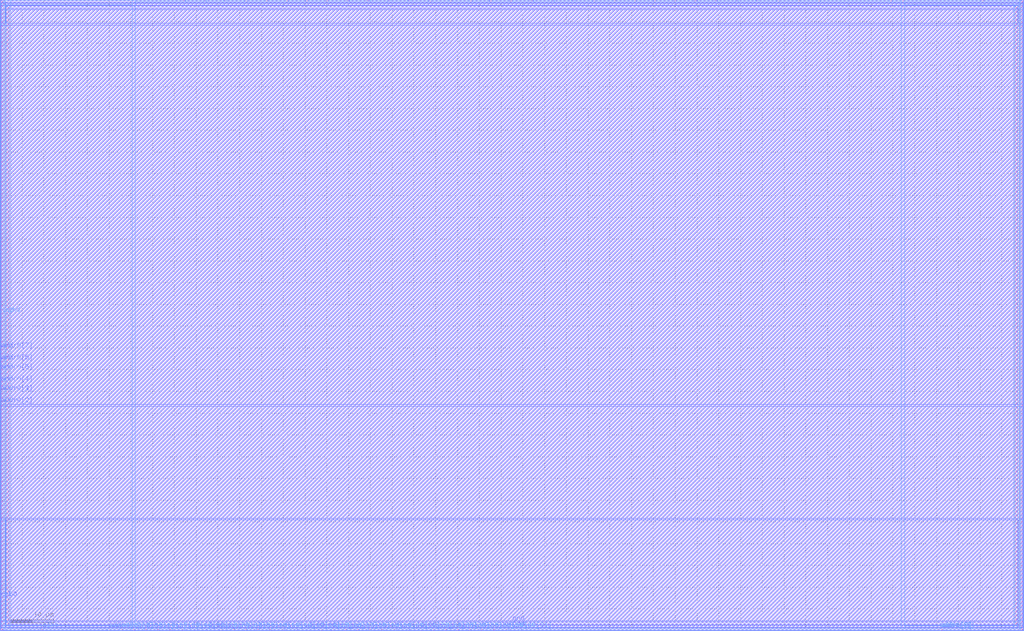
<source format=lef>
VERSION 5.4 ;
NAMESCASESENSITIVE ON ;
BUSBITCHARS "[]" ;
DIVIDERCHAR "/" ;
UNITS
  DATABASE MICRONS 2000 ;
END UNITS
MACRO SRAM_32x128_1rw
   CLASS BLOCK ;
   SIZE 235.065 BY 145.01 ;
   SYMMETRY X Y R90 ;
   PIN din0[0]
      DIRECTION INPUT ;
      PORT
         LAYER metal4 ;
         RECT  30.5625 0.0 30.7025 0.14 ;
      END
   END din0[0]
   PIN din0[1]
      DIRECTION INPUT ;
      PORT
         LAYER metal4 ;
         RECT  33.4225 0.0 33.5625 0.14 ;
      END
   END din0[1]
   PIN din0[2]
      DIRECTION INPUT ;
      PORT
         LAYER metal4 ;
         RECT  36.2825 0.0 36.4225 0.14 ;
      END
   END din0[2]
   PIN din0[3]
      DIRECTION INPUT ;
      PORT
         LAYER metal4 ;
         RECT  39.1425 0.0 39.2825 0.14 ;
      END
   END din0[3]
   PIN din0[4]
      DIRECTION INPUT ;
      PORT
         LAYER metal4 ;
         RECT  42.0025 0.0 42.1425 0.14 ;
      END
   END din0[4]
   PIN din0[5]
      DIRECTION INPUT ;
      PORT
         LAYER metal4 ;
         RECT  44.8625 0.0 45.0025 0.14 ;
      END
   END din0[5]
   PIN din0[6]
      DIRECTION INPUT ;
      PORT
         LAYER metal4 ;
         RECT  47.7225 0.0 47.8625 0.14 ;
      END
   END din0[6]
   PIN din0[7]
      DIRECTION INPUT ;
      PORT
         LAYER metal4 ;
         RECT  50.5825 0.0 50.7225 0.14 ;
      END
   END din0[7]
   PIN din0[8]
      DIRECTION INPUT ;
      PORT
         LAYER metal4 ;
         RECT  53.4425 0.0 53.5825 0.14 ;
      END
   END din0[8]
   PIN din0[9]
      DIRECTION INPUT ;
      PORT
         LAYER metal4 ;
         RECT  56.3025 0.0 56.4425 0.14 ;
      END
   END din0[9]
   PIN din0[10]
      DIRECTION INPUT ;
      PORT
         LAYER metal4 ;
         RECT  59.1625 0.0 59.3025 0.14 ;
      END
   END din0[10]
   PIN din0[11]
      DIRECTION INPUT ;
      PORT
         LAYER metal4 ;
         RECT  62.0225 0.0 62.1625 0.14 ;
      END
   END din0[11]
   PIN din0[12]
      DIRECTION INPUT ;
      PORT
         LAYER metal4 ;
         RECT  64.8825 0.0 65.0225 0.14 ;
      END
   END din0[12]
   PIN din0[13]
      DIRECTION INPUT ;
      PORT
         LAYER metal4 ;
         RECT  67.7425 0.0 67.8825 0.14 ;
      END
   END din0[13]
   PIN din0[14]
      DIRECTION INPUT ;
      PORT
         LAYER metal4 ;
         RECT  70.6025 0.0 70.7425 0.14 ;
      END
   END din0[14]
   PIN din0[15]
      DIRECTION INPUT ;
      PORT
         LAYER metal4 ;
         RECT  73.4625 0.0 73.6025 0.14 ;
      END
   END din0[15]
   PIN din0[16]
      DIRECTION INPUT ;
      PORT
         LAYER metal4 ;
         RECT  76.3225 0.0 76.4625 0.14 ;
      END
   END din0[16]
   PIN din0[17]
      DIRECTION INPUT ;
      PORT
         LAYER metal4 ;
         RECT  79.1825 0.0 79.3225 0.14 ;
      END
   END din0[17]
   PIN din0[18]
      DIRECTION INPUT ;
      PORT
         LAYER metal4 ;
         RECT  82.0425 0.0 82.1825 0.14 ;
      END
   END din0[18]
   PIN din0[19]
      DIRECTION INPUT ;
      PORT
         LAYER metal4 ;
         RECT  84.9025 0.0 85.0425 0.14 ;
      END
   END din0[19]
   PIN din0[20]
      DIRECTION INPUT ;
      PORT
         LAYER metal4 ;
         RECT  87.7625 0.0 87.9025 0.14 ;
      END
   END din0[20]
   PIN din0[21]
      DIRECTION INPUT ;
      PORT
         LAYER metal4 ;
         RECT  90.6225 0.0 90.7625 0.14 ;
      END
   END din0[21]
   PIN din0[22]
      DIRECTION INPUT ;
      PORT
         LAYER metal4 ;
         RECT  93.4825 0.0 93.6225 0.14 ;
      END
   END din0[22]
   PIN din0[23]
      DIRECTION INPUT ;
      PORT
         LAYER metal4 ;
         RECT  96.3425 0.0 96.4825 0.14 ;
      END
   END din0[23]
   PIN din0[24]
      DIRECTION INPUT ;
      PORT
         LAYER metal4 ;
         RECT  99.2025 0.0 99.3425 0.14 ;
      END
   END din0[24]
   PIN din0[25]
      DIRECTION INPUT ;
      PORT
         LAYER metal4 ;
         RECT  102.0625 0.0 102.2025 0.14 ;
      END
   END din0[25]
   PIN din0[26]
      DIRECTION INPUT ;
      PORT
         LAYER metal4 ;
         RECT  104.9225 0.0 105.0625 0.14 ;
      END
   END din0[26]
   PIN din0[27]
      DIRECTION INPUT ;
      PORT
         LAYER metal4 ;
         RECT  107.7825 0.0 107.9225 0.14 ;
      END
   END din0[27]
   PIN din0[28]
      DIRECTION INPUT ;
      PORT
         LAYER metal4 ;
         RECT  110.6425 0.0 110.7825 0.14 ;
      END
   END din0[28]
   PIN din0[29]
      DIRECTION INPUT ;
      PORT
         LAYER metal4 ;
         RECT  113.5025 0.0 113.6425 0.14 ;
      END
   END din0[29]
   PIN din0[30]
      DIRECTION INPUT ;
      PORT
         LAYER metal4 ;
         RECT  116.3625 0.0 116.5025 0.14 ;
      END
   END din0[30]
   PIN din0[31]
      DIRECTION INPUT ;
      PORT
         LAYER metal4 ;
         RECT  119.2225 0.0 119.3625 0.14 ;
      END
   END din0[31]
   PIN addr0[0]
      DIRECTION INPUT ;
      PORT
         LAYER metal4 ;
         RECT  24.8425 0.0 24.9825 0.14 ;
      END
   END addr0[0]
   PIN addr0[1]
      DIRECTION INPUT ;
      PORT
         LAYER metal4 ;
         RECT  27.7025 0.0 27.8425 0.14 ;
      END
   END addr0[1]
   PIN addr0[2]
      DIRECTION INPUT ;
      PORT
         LAYER metal3 ;
         RECT  0.0 51.71 0.14 51.85 ;
      END
   END addr0[2]
   PIN addr0[3]
      DIRECTION INPUT ;
      PORT
         LAYER metal3 ;
         RECT  0.0 54.44 0.14 54.58 ;
      END
   END addr0[3]
   PIN addr0[4]
      DIRECTION INPUT ;
      PORT
         LAYER metal3 ;
         RECT  0.0 56.65 0.14 56.79 ;
      END
   END addr0[4]
   PIN addr0[5]
      DIRECTION INPUT ;
      PORT
         LAYER metal3 ;
         RECT  0.0 59.38 0.14 59.52 ;
      END
   END addr0[5]
   PIN addr0[6]
      DIRECTION INPUT ;
      PORT
         LAYER metal3 ;
         RECT  0.0 61.59 0.14 61.73 ;
      END
   END addr0[6]
   PIN addr0[7]
      DIRECTION INPUT ;
      PORT
         LAYER metal3 ;
         RECT  0.0 64.32 0.14 64.46 ;
      END
   END addr0[7]
   PIN addr1[0]
      DIRECTION INPUT ;
      PORT
         LAYER metal4 ;
         RECT  207.2225 144.87 207.3625 145.01 ;
      END
   END addr1[0]
   PIN addr1[1]
      DIRECTION INPUT ;
      PORT
         LAYER metal4 ;
         RECT  204.3625 144.87 204.5025 145.01 ;
      END
   END addr1[1]
   PIN addr1[2]
      DIRECTION INPUT ;
      PORT
         LAYER metal3 ;
         RECT  234.925 25.58 235.065 25.72 ;
      END
   END addr1[2]
   PIN addr1[3]
      DIRECTION INPUT ;
      PORT
         LAYER metal3 ;
         RECT  234.925 22.85 235.065 22.99 ;
      END
   END addr1[3]
   PIN addr1[4]
      DIRECTION INPUT ;
      PORT
         LAYER metal3 ;
         RECT  234.925 20.64 235.065 20.78 ;
      END
   END addr1[4]
   PIN addr1[5]
      DIRECTION INPUT ;
      PORT
         LAYER metal4 ;
         RECT  216.37 0.0 216.51 0.14 ;
      END
   END addr1[5]
   PIN addr1[6]
      DIRECTION INPUT ;
      PORT
         LAYER metal4 ;
         RECT  215.515 0.0 215.655 0.14 ;
      END
   END addr1[6]
   PIN addr1[7]
      DIRECTION INPUT ;
      PORT
         LAYER metal4 ;
         RECT  215.8 0.0 215.94 0.14 ;
      END
   END addr1[7]
   PIN csb0
      DIRECTION INPUT ;
      PORT
         LAYER metal3 ;
         RECT  0.0 7.12 0.14 7.26 ;
      END
   END csb0
   PIN csb1
      DIRECTION INPUT ;
      PORT
         LAYER metal3 ;
         RECT  234.925 139.28 235.065 139.42 ;
      END
   END csb1
   PIN clk0
      DIRECTION INPUT ;
      PORT
         LAYER metal4 ;
         RECT  9.56 0.0 9.7 0.14 ;
      END
   END clk0
   PIN clk1
      DIRECTION INPUT ;
      PORT
         LAYER metal4 ;
         RECT  225.365 144.87 225.505 145.01 ;
      END
   END clk1
   PIN dout1[0]
      DIRECTION OUTPUT ;
      PORT
         LAYER metal4 ;
         RECT  42.1925 144.87 42.3325 145.01 ;
      END
   END dout1[0]
   PIN dout1[1]
      DIRECTION OUTPUT ;
      PORT
         LAYER metal4 ;
         RECT  46.8925 144.87 47.0325 145.01 ;
      END
   END dout1[1]
   PIN dout1[2]
      DIRECTION OUTPUT ;
      PORT
         LAYER metal4 ;
         RECT  51.5925 144.87 51.7325 145.01 ;
      END
   END dout1[2]
   PIN dout1[3]
      DIRECTION OUTPUT ;
      PORT
         LAYER metal4 ;
         RECT  56.2925 144.87 56.4325 145.01 ;
      END
   END dout1[3]
   PIN dout1[4]
      DIRECTION OUTPUT ;
      PORT
         LAYER metal4 ;
         RECT  60.9925 144.87 61.1325 145.01 ;
      END
   END dout1[4]
   PIN dout1[5]
      DIRECTION OUTPUT ;
      PORT
         LAYER metal4 ;
         RECT  65.6925 144.87 65.8325 145.01 ;
      END
   END dout1[5]
   PIN dout1[6]
      DIRECTION OUTPUT ;
      PORT
         LAYER metal4 ;
         RECT  70.3925 144.87 70.5325 145.01 ;
      END
   END dout1[6]
   PIN dout1[7]
      DIRECTION OUTPUT ;
      PORT
         LAYER metal4 ;
         RECT  75.0925 144.87 75.2325 145.01 ;
      END
   END dout1[7]
   PIN dout1[8]
      DIRECTION OUTPUT ;
      PORT
         LAYER metal4 ;
         RECT  79.7925 144.87 79.9325 145.01 ;
      END
   END dout1[8]
   PIN dout1[9]
      DIRECTION OUTPUT ;
      PORT
         LAYER metal4 ;
         RECT  84.4925 144.87 84.6325 145.01 ;
      END
   END dout1[9]
   PIN dout1[10]
      DIRECTION OUTPUT ;
      PORT
         LAYER metal4 ;
         RECT  89.1925 144.87 89.3325 145.01 ;
      END
   END dout1[10]
   PIN dout1[11]
      DIRECTION OUTPUT ;
      PORT
         LAYER metal4 ;
         RECT  93.8925 144.87 94.0325 145.01 ;
      END
   END dout1[11]
   PIN dout1[12]
      DIRECTION OUTPUT ;
      PORT
         LAYER metal4 ;
         RECT  98.5925 144.87 98.7325 145.01 ;
      END
   END dout1[12]
   PIN dout1[13]
      DIRECTION OUTPUT ;
      PORT
         LAYER metal4 ;
         RECT  103.2925 144.87 103.4325 145.01 ;
      END
   END dout1[13]
   PIN dout1[14]
      DIRECTION OUTPUT ;
      PORT
         LAYER metal4 ;
         RECT  107.9925 144.87 108.1325 145.01 ;
      END
   END dout1[14]
   PIN dout1[15]
      DIRECTION OUTPUT ;
      PORT
         LAYER metal4 ;
         RECT  112.6925 144.87 112.8325 145.01 ;
      END
   END dout1[15]
   PIN dout1[16]
      DIRECTION OUTPUT ;
      PORT
         LAYER metal4 ;
         RECT  117.3925 144.87 117.5325 145.01 ;
      END
   END dout1[16]
   PIN dout1[17]
      DIRECTION OUTPUT ;
      PORT
         LAYER metal4 ;
         RECT  122.0925 144.87 122.2325 145.01 ;
      END
   END dout1[17]
   PIN dout1[18]
      DIRECTION OUTPUT ;
      PORT
         LAYER metal4 ;
         RECT  126.7925 144.87 126.9325 145.01 ;
      END
   END dout1[18]
   PIN dout1[19]
      DIRECTION OUTPUT ;
      PORT
         LAYER metal4 ;
         RECT  131.4925 144.87 131.6325 145.01 ;
      END
   END dout1[19]
   PIN dout1[20]
      DIRECTION OUTPUT ;
      PORT
         LAYER metal4 ;
         RECT  136.1925 144.87 136.3325 145.01 ;
      END
   END dout1[20]
   PIN dout1[21]
      DIRECTION OUTPUT ;
      PORT
         LAYER metal4 ;
         RECT  140.8925 144.87 141.0325 145.01 ;
      END
   END dout1[21]
   PIN dout1[22]
      DIRECTION OUTPUT ;
      PORT
         LAYER metal4 ;
         RECT  145.5925 144.87 145.7325 145.01 ;
      END
   END dout1[22]
   PIN dout1[23]
      DIRECTION OUTPUT ;
      PORT
         LAYER metal4 ;
         RECT  150.2925 144.87 150.4325 145.01 ;
      END
   END dout1[23]
   PIN dout1[24]
      DIRECTION OUTPUT ;
      PORT
         LAYER metal4 ;
         RECT  154.9925 144.87 155.1325 145.01 ;
      END
   END dout1[24]
   PIN dout1[25]
      DIRECTION OUTPUT ;
      PORT
         LAYER metal4 ;
         RECT  159.6925 144.87 159.8325 145.01 ;
      END
   END dout1[25]
   PIN dout1[26]
      DIRECTION OUTPUT ;
      PORT
         LAYER metal4 ;
         RECT  164.3925 144.87 164.5325 145.01 ;
      END
   END dout1[26]
   PIN dout1[27]
      DIRECTION OUTPUT ;
      PORT
         LAYER metal4 ;
         RECT  169.0925 144.87 169.2325 145.01 ;
      END
   END dout1[27]
   PIN dout1[28]
      DIRECTION OUTPUT ;
      PORT
         LAYER metal4 ;
         RECT  173.7925 144.87 173.9325 145.01 ;
      END
   END dout1[28]
   PIN dout1[29]
      DIRECTION OUTPUT ;
      PORT
         LAYER metal4 ;
         RECT  178.4925 144.87 178.6325 145.01 ;
      END
   END dout1[29]
   PIN dout1[30]
      DIRECTION OUTPUT ;
      PORT
         LAYER metal4 ;
         RECT  183.1925 144.87 183.3325 145.01 ;
      END
   END dout1[30]
   PIN dout1[31]
      DIRECTION OUTPUT ;
      PORT
         LAYER metal4 ;
         RECT  187.8925 144.87 188.0325 145.01 ;
      END
   END dout1[31]
   PIN vdd
      DIRECTION INOUT ;
      USE POWER ; 
      SHAPE ABUTMENT ; 
      PORT
         LAYER metal3 ;
         RECT  0.0 144.31 235.065 145.01 ;
         LAYER metal3 ;
         RECT  0.0 0.0 235.065 0.7 ;
         LAYER metal4 ;
         RECT  234.365 0.0 235.065 145.01 ;
         LAYER metal4 ;
         RECT  0.0 0.0 0.7 145.01 ;
      END
   END vdd
   PIN gnd
      DIRECTION INOUT ;
      USE GROUND ; 
      SHAPE ABUTMENT ; 
      PORT
         LAYER metal3 ;
         RECT  1.4 142.91 233.665 143.61 ;
         LAYER metal4 ;
         RECT  232.965 1.4 233.665 143.61 ;
         LAYER metal3 ;
         RECT  1.4 1.4 233.665 2.1 ;
         LAYER metal4 ;
         RECT  1.4 1.4 2.1 143.61 ;
      END
   END gnd
   OBS
   LAYER  metal1 ;
      RECT  0.14 0.14 234.925 144.87 ;
   LAYER  metal2 ;
      RECT  0.14 0.14 234.925 144.87 ;
   LAYER  metal3 ;
      RECT  0.28 51.57 234.925 51.99 ;
      RECT  0.14 51.99 0.28 54.3 ;
      RECT  0.14 54.72 0.28 56.51 ;
      RECT  0.14 56.93 0.28 59.24 ;
      RECT  0.14 59.66 0.28 61.45 ;
      RECT  0.14 61.87 0.28 64.18 ;
      RECT  0.28 25.44 234.785 25.86 ;
      RECT  0.28 25.86 234.785 51.57 ;
      RECT  234.785 25.86 234.925 51.57 ;
      RECT  234.785 23.13 234.925 25.44 ;
      RECT  234.785 20.92 234.925 22.71 ;
      RECT  0.14 7.4 0.28 51.57 ;
      RECT  0.28 51.99 234.785 139.14 ;
      RECT  0.28 139.14 234.785 139.56 ;
      RECT  234.785 51.99 234.925 139.14 ;
      RECT  0.14 64.6 0.28 144.17 ;
      RECT  234.785 139.56 234.925 144.17 ;
      RECT  234.785 0.84 234.925 20.5 ;
      RECT  0.14 0.84 0.28 6.98 ;
      RECT  0.28 139.56 1.26 142.77 ;
      RECT  0.28 142.77 1.26 143.75 ;
      RECT  0.28 143.75 1.26 144.17 ;
      RECT  1.26 139.56 233.805 142.77 ;
      RECT  1.26 143.75 233.805 144.17 ;
      RECT  233.805 139.56 234.785 142.77 ;
      RECT  233.805 142.77 234.785 143.75 ;
      RECT  233.805 143.75 234.785 144.17 ;
      RECT  0.28 0.84 1.26 1.26 ;
      RECT  0.28 1.26 1.26 2.24 ;
      RECT  0.28 2.24 1.26 25.44 ;
      RECT  1.26 0.84 233.805 1.26 ;
      RECT  1.26 2.24 233.805 25.44 ;
      RECT  233.805 0.84 234.785 1.26 ;
      RECT  233.805 1.26 234.785 2.24 ;
      RECT  233.805 2.24 234.785 25.44 ;
   LAYER  metal4 ;
      RECT  30.2825 0.42 30.9825 144.87 ;
      RECT  30.9825 0.14 33.1425 0.42 ;
      RECT  33.8425 0.14 36.0025 0.42 ;
      RECT  36.7025 0.14 38.8625 0.42 ;
      RECT  39.5625 0.14 41.7225 0.42 ;
      RECT  42.4225 0.14 44.5825 0.42 ;
      RECT  45.2825 0.14 47.4425 0.42 ;
      RECT  48.1425 0.14 50.3025 0.42 ;
      RECT  51.0025 0.14 53.1625 0.42 ;
      RECT  53.8625 0.14 56.0225 0.42 ;
      RECT  56.7225 0.14 58.8825 0.42 ;
      RECT  59.5825 0.14 61.7425 0.42 ;
      RECT  62.4425 0.14 64.6025 0.42 ;
      RECT  65.3025 0.14 67.4625 0.42 ;
      RECT  68.1625 0.14 70.3225 0.42 ;
      RECT  71.0225 0.14 73.1825 0.42 ;
      RECT  73.8825 0.14 76.0425 0.42 ;
      RECT  76.7425 0.14 78.9025 0.42 ;
      RECT  79.6025 0.14 81.7625 0.42 ;
      RECT  82.4625 0.14 84.6225 0.42 ;
      RECT  85.3225 0.14 87.4825 0.42 ;
      RECT  88.1825 0.14 90.3425 0.42 ;
      RECT  91.0425 0.14 93.2025 0.42 ;
      RECT  93.9025 0.14 96.0625 0.42 ;
      RECT  96.7625 0.14 98.9225 0.42 ;
      RECT  99.6225 0.14 101.7825 0.42 ;
      RECT  102.4825 0.14 104.6425 0.42 ;
      RECT  105.3425 0.14 107.5025 0.42 ;
      RECT  108.2025 0.14 110.3625 0.42 ;
      RECT  111.0625 0.14 113.2225 0.42 ;
      RECT  113.9225 0.14 116.0825 0.42 ;
      RECT  116.7825 0.14 118.9425 0.42 ;
      RECT  25.2625 0.14 27.4225 0.42 ;
      RECT  28.1225 0.14 30.2825 0.42 ;
      RECT  30.9825 0.42 206.9425 144.59 ;
      RECT  206.9425 0.42 207.6425 144.59 ;
      RECT  204.7825 144.59 206.9425 144.87 ;
      RECT  119.6425 0.14 215.235 0.42 ;
      RECT  9.98 0.14 24.5625 0.42 ;
      RECT  207.6425 144.59 225.085 144.87 ;
      RECT  30.9825 144.59 41.9125 144.87 ;
      RECT  42.6125 144.59 46.6125 144.87 ;
      RECT  47.3125 144.59 51.3125 144.87 ;
      RECT  52.0125 144.59 56.0125 144.87 ;
      RECT  56.7125 144.59 60.7125 144.87 ;
      RECT  61.4125 144.59 65.4125 144.87 ;
      RECT  66.1125 144.59 70.1125 144.87 ;
      RECT  70.8125 144.59 74.8125 144.87 ;
      RECT  75.5125 144.59 79.5125 144.87 ;
      RECT  80.2125 144.59 84.2125 144.87 ;
      RECT  84.9125 144.59 88.9125 144.87 ;
      RECT  89.6125 144.59 93.6125 144.87 ;
      RECT  94.3125 144.59 98.3125 144.87 ;
      RECT  99.0125 144.59 103.0125 144.87 ;
      RECT  103.7125 144.59 107.7125 144.87 ;
      RECT  108.4125 144.59 112.4125 144.87 ;
      RECT  113.1125 144.59 117.1125 144.87 ;
      RECT  117.8125 144.59 121.8125 144.87 ;
      RECT  122.5125 144.59 126.5125 144.87 ;
      RECT  127.2125 144.59 131.2125 144.87 ;
      RECT  131.9125 144.59 135.9125 144.87 ;
      RECT  136.6125 144.59 140.6125 144.87 ;
      RECT  141.3125 144.59 145.3125 144.87 ;
      RECT  146.0125 144.59 150.0125 144.87 ;
      RECT  150.7125 144.59 154.7125 144.87 ;
      RECT  155.4125 144.59 159.4125 144.87 ;
      RECT  160.1125 144.59 164.1125 144.87 ;
      RECT  164.8125 144.59 168.8125 144.87 ;
      RECT  169.5125 144.59 173.5125 144.87 ;
      RECT  174.2125 144.59 178.2125 144.87 ;
      RECT  178.9125 144.59 182.9125 144.87 ;
      RECT  183.6125 144.59 187.6125 144.87 ;
      RECT  188.3125 144.59 204.0825 144.87 ;
      RECT  216.79 0.14 234.085 0.42 ;
      RECT  225.785 144.59 234.085 144.87 ;
      RECT  0.98 0.14 9.28 0.42 ;
      RECT  207.6425 0.42 232.685 1.12 ;
      RECT  207.6425 1.12 232.685 143.89 ;
      RECT  207.6425 143.89 232.685 144.59 ;
      RECT  232.685 0.42 233.945 1.12 ;
      RECT  232.685 143.89 233.945 144.59 ;
      RECT  233.945 0.42 234.085 1.12 ;
      RECT  233.945 1.12 234.085 143.89 ;
      RECT  233.945 143.89 234.085 144.59 ;
      RECT  0.98 0.42 1.12 1.12 ;
      RECT  0.98 1.12 1.12 143.89 ;
      RECT  0.98 143.89 1.12 144.87 ;
      RECT  1.12 0.42 2.38 1.12 ;
      RECT  1.12 143.89 2.38 144.87 ;
      RECT  2.38 0.42 30.2825 1.12 ;
      RECT  2.38 1.12 30.2825 143.89 ;
      RECT  2.38 143.89 30.2825 144.87 ;
   END
END    SRAM_32x128_1rw
END    LIBRARY

</source>
